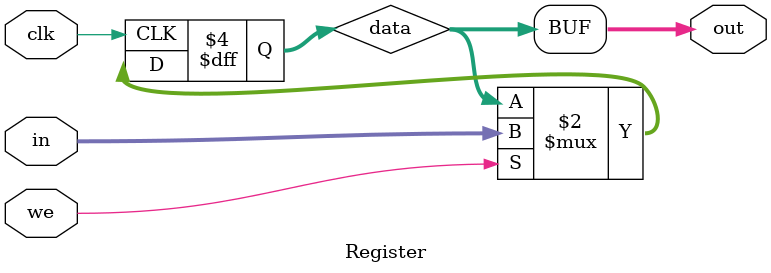
<source format=v>
module Register(clk, we, in, out);

input clk, we;
input [15:0] in;
output [15:0] out;

reg [15:0] data;

assign out = data;

always @(posedge clk) begin
    if(we)
        data <= in;
end

endmodule
</source>
